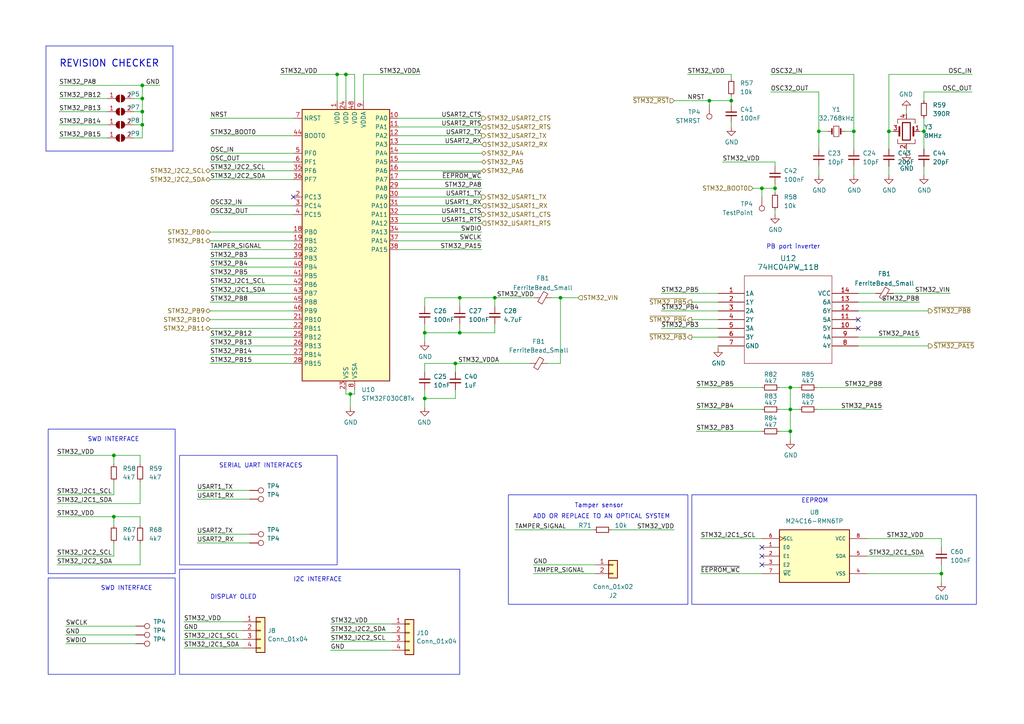
<source format=kicad_sch>
(kicad_sch (version 20230121) (generator eeschema)
  (paper "A4")
  (lib_symbols
    (symbol "2023-07-14_13-48-07:74HC04PW_118" (pin_names (offset 0.254))
      (property "Reference" "U" (at 20.32 10.16 0))
      (property "Value" "74HC04PW_118" (at 20.32 7.62 0))
      (symbol "74HC04PW_118_0_1"
        (polyline (pts (xy 7.62 -20.32) (xy 33.02 -20.32)) (stroke (width 0.127)))
        (polyline (pts (xy 7.62 5.08) (xy 7.62 -20.32)) (stroke (width 0.127)))
        (polyline (pts (xy 33.02 -20.32) (xy 33.02 5.08)) (stroke (width 0.127)))
        (polyline (pts (xy 33.02 5.08) (xy 7.62 5.08)) (stroke (width 0.127)))
        (pin input line (at 0 0 0) (length 7.62) (name "1A") (number "1"))
        (pin output line (at 40.64 -10.16 180) (length 7.62) (name "5Y") (number "10"))
        (pin input line (at 40.64 -7.62 180) (length 7.62) (name "5A") (number "11"))
        (pin output line (at 40.64 -5.08 180) (length 7.62) (name "6Y") (number "12"))
        (pin input line (at 40.64 -2.54 180) (length 7.62) (name "6A") (number "13"))
        (pin power_in line (at 40.64 0 180) (length 7.62) (name "VCC") (number "14"))
        (pin output line (at 0 -2.54 0) (length 7.62) (name "1Y") (number "2"))
        (pin input line (at 0 -5.08 0) (length 7.62) (name "2A") (number "3"))
        (pin output line (at 0 -7.62 0) (length 7.62) (name "2Y") (number "4"))
        (pin input line (at 0 -10.16 0) (length 7.62) (name "3A") (number "5"))
        (pin output line (at 0 -12.7 0) (length 7.62) (name "3Y") (number "6"))
        (pin power_out line (at 0 -15.24 0) (length 7.62) (name "GND") (number "7"))
        (pin output line (at 40.64 -15.24 180) (length 7.62) (name "4Y") (number "8"))
        (pin input line (at 40.64 -12.7 180) (length 7.62) (name "4A") (number "9"))
      )
    )
    (symbol "Connector:TestPoint" (pin_numbers hide) (pin_names (offset 0.762) hide)
      (property "Reference" "TP" (at 0 6.858 0))
      (property "Value" "TestPoint" (at 0 5.08 0))
      (symbol "TestPoint_0_1"
        (circle (center 0 3.302) (radius 0.762))
      )
      (symbol "TestPoint_1_1"
        (pin passive line (at 0 0 90) (length 2.54) (name "1") (number "1"))
      )
    )
    (symbol "Connector_Generic:Conn_01x02" (pin_names (offset 1.016) hide)
      (property "Reference" "J" (at 0 2.54 0))
      (property "Value" "Conn_01x02" (at 0 -5.08 0))
      (symbol "Conn_01x02_1_1"
        (rectangle (start -1.27 -2.413) (end 0 -2.667) (stroke (width 0.1524)))
        (rectangle (start -1.27 0.127) (end 0 -0.127) (stroke (width 0.1524)))
        (rectangle (start -1.27 1.27) (end 1.27 -3.81) (stroke (width 0.254)) (fill (type background)))
        (pin passive line (at -5.08 0 0) (length 3.81) (name "Pin_1") (number "1"))
        (pin passive line (at -5.08 -2.54 0) (length 3.81) (name "Pin_2") (number "2"))
      )
    )
    (symbol "Connector_Generic:Conn_01x04" (pin_names (offset 1.016) hide)
      (property "Reference" "J" (at 0 5.08 0))
      (property "Value" "Conn_01x04" (at 0 -7.62 0))
      (symbol "Conn_01x04_1_1"
        (rectangle (start -1.27 -4.953) (end 0 -5.207) (stroke (width 0.1524)))
        (rectangle (start -1.27 -2.413) (end 0 -2.667) (stroke (width 0.1524)))
        (rectangle (start -1.27 0.127) (end 0 -0.127) (stroke (width 0.1524)))
        (rectangle (start -1.27 2.667) (end 0 2.413) (stroke (width 0.1524)))
        (rectangle (start -1.27 3.81) (end 1.27 -6.35) (stroke (width 0.254)) (fill (type background)))
        (pin passive line (at -5.08 2.54 0) (length 3.81) (name "Pin_1") (number "1"))
        (pin passive line (at -5.08 0 0) (length 3.81) (name "Pin_2") (number "2"))
        (pin passive line (at -5.08 -2.54 0) (length 3.81) (name "Pin_3") (number "3"))
        (pin passive line (at -5.08 -5.08 0) (length 3.81) (name "Pin_4") (number "4"))
      )
    )
    (symbol "Device:C_Small" (pin_numbers hide) (pin_names (offset 0.254) hide)
      (property "Reference" "C" (at 0.254 1.778 0))
      (property "Value" "C_Small" (at 0.254 -2.032 0))
      (symbol "C_Small_0_1"
        (polyline (pts (xy -1.524 -0.508) (xy 1.524 -0.508)) (stroke (width 0.3302)))
        (polyline (pts (xy -1.524 0.508) (xy 1.524 0.508)) (stroke (width 0.3048)))
      )
      (symbol "C_Small_1_1"
        (pin passive line (at 0 2.54 270) (length 2.032) (name "~") (number "1"))
        (pin passive line (at 0 -2.54 90) (length 2.032) (name "~") (number "2"))
      )
    )
    (symbol "Device:Crystal_GND24" (pin_names (offset 1.016) hide)
      (property "Reference" "Y" (at 3.175 5.08 0))
      (property "Value" "Crystal_GND24" (at 3.175 3.175 0))
      (symbol "Crystal_GND24_0_1"
        (rectangle (start -1.143 2.54) (end 1.143 -2.54) (stroke (width 0.3048)))
        (polyline (pts (xy -2.54 0) (xy -2.032 0)))
        (polyline (pts (xy -2.032 -1.27) (xy -2.032 1.27)) (stroke (width 0.508)))
        (polyline (pts (xy 0 -3.81) (xy 0 -3.556)))
        (polyline (pts (xy 0 3.556) (xy 0 3.81)))
        (polyline (pts (xy 2.032 -1.27) (xy 2.032 1.27)) (stroke (width 0.508)))
        (polyline (pts (xy 2.032 0) (xy 2.54 0)))
        (polyline (pts (xy -2.54 -2.286) (xy -2.54 -3.556) (xy 2.54 -3.556) (xy 2.54 -2.286)))
        (polyline (pts (xy -2.54 2.286) (xy -2.54 3.556) (xy 2.54 3.556) (xy 2.54 2.286)))
      )
      (symbol "Crystal_GND24_1_1"
        (pin passive line (at -3.81 0 0) (length 1.27) (name "1") (number "1"))
        (pin passive line (at 0 5.08 270) (length 1.27) (name "2") (number "2"))
        (pin passive line (at 3.81 0 180) (length 1.27) (name "3") (number "3"))
        (pin passive line (at 0 -5.08 90) (length 1.27) (name "4") (number "4"))
      )
    )
    (symbol "Device:Crystal_Small" (pin_numbers hide) (pin_names (offset 1.016) hide)
      (property "Reference" "Y" (at 0 2.54 0))
      (property "Value" "Crystal_Small" (at 0 -2.54 0))
      (symbol "Crystal_Small_0_1"
        (rectangle (start -0.762 -1.524) (end 0.762 1.524))
        (polyline (pts (xy -1.27 -0.762) (xy -1.27 0.762)) (stroke (width 0.381)))
        (polyline (pts (xy 1.27 -0.762) (xy 1.27 0.762)) (stroke (width 0.381)))
      )
      (symbol "Crystal_Small_1_1"
        (pin passive line (at -2.54 0 0) (length 1.27) (name "1") (number "1"))
        (pin passive line (at 2.54 0 180) (length 1.27) (name "2") (number "2"))
      )
    )
    (symbol "Device:FerriteBead_Small" (pin_numbers hide) (pin_names (offset 0))
      (property "Reference" "FB" (at 1.905 1.27 0))
      (property "Value" "FerriteBead_Small" (at 1.905 -1.27 0))
      (symbol "FerriteBead_Small_0_1"
        (polyline (pts (xy 0 -1.27) (xy 0 -0.7874)))
        (polyline (pts (xy 0 0.889) (xy 0 1.2954)))
        (polyline (pts (xy -1.8288 0.2794) (xy -1.1176 1.4986) (xy 1.8288 -0.2032) (xy 1.1176 -1.4224) (xy -1.8288 0.2794)))
      )
      (symbol "FerriteBead_Small_1_1"
        (pin passive line (at 0 2.54 270) (length 1.27) (name "~") (number "1"))
        (pin passive line (at 0 -2.54 90) (length 1.27) (name "~") (number "2"))
      )
    )
    (symbol "Device:R_Small" (pin_numbers hide) (pin_names (offset 0.254) hide)
      (property "Reference" "R" (at 0.762 0.508 0))
      (property "Value" "R_Small" (at 0.762 -1.016 0))
      (symbol "R_Small_0_1"
        (rectangle (start -0.762 1.778) (end 0.762 -1.778) (stroke (width 0.2032)))
      )
      (symbol "R_Small_1_1"
        (pin passive line (at 0 2.54 270) (length 0.762) (name "~") (number "1"))
        (pin passive line (at 0 -2.54 90) (length 0.762) (name "~") (number "2"))
      )
    )
    (symbol "Jumper:SolderJumper_2_Open" (pin_names (offset 0) hide)
      (property "Reference" "JP" (at 0 2.032 0))
      (property "Value" "SolderJumper_2_Open" (at 0 -2.54 0))
      (symbol "SolderJumper_2_Open_0_1"
        (arc (start -0.254 1.016) (mid -1.2656 0) (end -0.254 -1.016))
        (arc (start -0.254 1.016) (mid -1.2656 0) (end -0.254 -1.016) (fill (type outline)))
        (polyline (pts (xy -0.254 1.016) (xy -0.254 -1.016)))
        (polyline (pts (xy 0.254 1.016) (xy 0.254 -1.016)))
        (arc (start 0.254 -1.016) (mid 1.2656 0) (end 0.254 1.016))
        (arc (start 0.254 -1.016) (mid 1.2656 0) (end 0.254 1.016) (fill (type outline)))
      )
      (symbol "SolderJumper_2_Open_1_1"
        (pin passive line (at -3.81 0 0) (length 2.54) (name "A") (number "1"))
        (pin passive line (at 3.81 0 180) (length 2.54) (name "B") (number "2"))
      )
    )
    (symbol "M24C16-RMN6TP:M24C16-RMN6TP" (pin_names (offset 1.016))
      (property "Reference" "U" (at -10.1836 8.1469 0))
      (property "Value" "M24C16-RMN6TP" (at -10.1609 -10.6689 0))
      (symbol "M24C16-RMN6TP_0_0"
        (rectangle (start -10.16 -7.62) (end 10.16 7.62) (stroke (width 0.254)) (fill (type background)))
        (pin input line (at -15.24 2.54 0) (length 5.08) (name "E0") (number "1"))
        (pin input line (at -15.24 0 0) (length 5.08) (name "E1") (number "2"))
        (pin input line (at -15.24 -2.54 0) (length 5.08) (name "E2") (number "3"))
        (pin power_in line (at 15.24 -5.08 180) (length 5.08) (name "VSS") (number "4"))
        (pin bidirectional line (at 15.24 0 180) (length 5.08) (name "SDA") (number "5"))
        (pin input clock (at -15.24 5.08 0) (length 5.08) (name "SCL") (number "6"))
        (pin input line (at -15.24 -5.08 0) (length 5.08) (name "~{WC}") (number "7"))
        (pin power_in line (at 15.24 5.08 180) (length 5.08) (name "VCC") (number "8"))
      )
    )
    (symbol "MCU_ST_STM32F0:STM32F030C8Tx"
      (property "Reference" "U" (at -12.7 41.91 0))
      (property "Value" "STM32F030C8Tx" (at 7.62 41.91 0))
      (symbol "STM32F030C8Tx_0_1"
        (rectangle (start -12.7 -38.1) (end 12.7 40.64) (stroke (width 0.254)) (fill (type background)))
      )
      (symbol "STM32F030C8Tx_1_1"
        (pin power_in line (at -2.54 43.18 270) (length 2.54) (name "VDD") (number "1"))
        (pin bidirectional line (at 15.24 38.1 180) (length 2.54) (name "PA0") (number "10"))
        (pin bidirectional line (at 15.24 35.56 180) (length 2.54) (name "PA1") (number "11"))
        (pin bidirectional line (at 15.24 33.02 180) (length 2.54) (name "PA2") (number "12"))
        (pin bidirectional line (at 15.24 30.48 180) (length 2.54) (name "PA3") (number "13"))
        (pin bidirectional line (at 15.24 27.94 180) (length 2.54) (name "PA4") (number "14"))
        (pin bidirectional line (at 15.24 25.4 180) (length 2.54) (name "PA5") (number "15"))
        (pin bidirectional line (at 15.24 22.86 180) (length 2.54) (name "PA6") (number "16"))
        (pin bidirectional line (at 15.24 20.32 180) (length 2.54) (name "PA7") (number "17"))
        (pin bidirectional line (at -15.24 5.08 0) (length 2.54) (name "PB0") (number "18"))
        (pin bidirectional line (at -15.24 2.54 0) (length 2.54) (name "PB1") (number "19"))
        (pin bidirectional line (at -15.24 15.24 0) (length 2.54) (name "PC13") (number "2"))
        (pin bidirectional line (at -15.24 0 0) (length 2.54) (name "PB2") (number "20"))
        (pin bidirectional line (at -15.24 -20.32 0) (length 2.54) (name "PB10") (number "21"))
        (pin bidirectional line (at -15.24 -22.86 0) (length 2.54) (name "PB11") (number "22"))
        (pin power_in line (at 0 -40.64 90) (length 2.54) (name "VSS") (number "23"))
        (pin power_in line (at 0 43.18 270) (length 2.54) (name "VDD") (number "24"))
        (pin bidirectional line (at -15.24 -25.4 0) (length 2.54) (name "PB12") (number "25"))
        (pin bidirectional line (at -15.24 -27.94 0) (length 2.54) (name "PB13") (number "26"))
        (pin bidirectional line (at -15.24 -30.48 0) (length 2.54) (name "PB14") (number "27"))
        (pin bidirectional line (at -15.24 -33.02 0) (length 2.54) (name "PB15") (number "28"))
        (pin bidirectional line (at 15.24 17.78 180) (length 2.54) (name "PA8") (number "29"))
        (pin bidirectional line (at -15.24 12.7 0) (length 2.54) (name "PC14") (number "3"))
        (pin bidirectional line (at 15.24 15.24 180) (length 2.54) (name "PA9") (number "30"))
        (pin bidirectional line (at 15.24 12.7 180) (length 2.54) (name "PA10") (number "31"))
        (pin bidirectional line (at 15.24 10.16 180) (length 2.54) (name "PA11") (number "32"))
        (pin bidirectional line (at 15.24 7.62 180) (length 2.54) (name "PA12") (number "33"))
        (pin bidirectional line (at 15.24 5.08 180) (length 2.54) (name "PA13") (number "34"))
        (pin bidirectional line (at -15.24 22.86 0) (length 2.54) (name "PF6") (number "35"))
        (pin bidirectional line (at -15.24 20.32 0) (length 2.54) (name "PF7") (number "36"))
        (pin bidirectional line (at 15.24 2.54 180) (length 2.54) (name "PA14") (number "37"))
        (pin bidirectional line (at 15.24 0 180) (length 2.54) (name "PA15") (number "38"))
        (pin bidirectional line (at -15.24 -2.54 0) (length 2.54) (name "PB3") (number "39"))
        (pin bidirectional line (at -15.24 10.16 0) (length 2.54) (name "PC15") (number "4"))
        (pin bidirectional line (at -15.24 -5.08 0) (length 2.54) (name "PB4") (number "40"))
        (pin bidirectional line (at -15.24 -7.62 0) (length 2.54) (name "PB5") (number "41"))
        (pin bidirectional line (at -15.24 -10.16 0) (length 2.54) (name "PB6") (number "42"))
        (pin bidirectional line (at -15.24 -12.7 0) (length 2.54) (name "PB7") (number "43"))
        (pin input line (at -15.24 33.02 0) (length 2.54) (name "BOOT0") (number "44"))
        (pin bidirectional line (at -15.24 -15.24 0) (length 2.54) (name "PB8") (number "45"))
        (pin bidirectional line (at -15.24 -17.78 0) (length 2.54) (name "PB9") (number "46"))
        (pin passive line (at 0 -40.64 90) (length 2.54) hide (name "VSS") (number "47"))
        (pin power_in line (at 2.54 43.18 270) (length 2.54) (name "VDD") (number "48"))
        (pin bidirectional line (at -15.24 27.94 0) (length 2.54) (name "PF0") (number "5"))
        (pin bidirectional line (at -15.24 25.4 0) (length 2.54) (name "PF1") (number "6"))
        (pin input line (at -15.24 38.1 0) (length 2.54) (name "NRST") (number "7"))
        (pin power_in line (at 2.54 -40.64 90) (length 2.54) (name "VSSA") (number "8"))
        (pin power_in line (at 5.08 43.18 270) (length 2.54) (name "VDDA") (number "9"))
      )
    )
    (symbol "device:R_Small" (pin_numbers hide) (pin_names (offset 0.254) hide)
      (property "Reference" "R" (at 0.762 0.508 0))
      (property "Value" "R_Small" (at 0.762 -1.016 0))
      (symbol "R_Small_0_1"
        (rectangle (start -0.762 1.778) (end 0.762 -1.778) (stroke (width 0.2032)))
      )
      (symbol "R_Small_1_1"
        (pin passive line (at 0 2.54 270) (length 0.762) (name "~") (number "1"))
        (pin passive line (at 0 -2.54 90) (length 0.762) (name "~") (number "2"))
      )
    )
    (symbol "power:GND" (power) (pin_names (offset 0))
      (property "Value" "GND" (at 0 -3.81 0))
      (symbol "GND_0_1"
        (polyline (pts (xy 0 0) (xy 0 -1.27) (xy 1.27 -1.27) (xy 0 -2.54) (xy -1.27 -1.27) (xy 0 -1.27)))
      )
      (symbol "GND_1_1"
        (pin power_in line (at 0 0 270) (length 0) hide (name "GND") (number "1"))
      )
    )
  )
  (junction (at 229.235 118.745))
  (junction (at 41.275 32.385))
  (junction (at 33.02 149.86))
  (junction (at 229.235 112.395))
  (junction (at 212.09 29.21))
  (junction (at 237.49 38.1))
  (junction (at 123.19 96.52))
  (junction (at 100.33 21.59))
  (junction (at 273.05 166.37))
  (junction (at 123.19 115.57))
  (junction (at 267.97 38.1))
  (junction (at 132.08 105.41))
  (junction (at 220.98 54.61))
  (junction (at 33.02 132.08))
  (junction (at 257.81 38.1))
  (junction (at 133.35 96.52))
  (junction (at 224.79 54.61))
  (junction (at 97.79 21.59))
  (junction (at 133.35 86.36))
  (junction (at 41.275 28.575))
  (junction (at 101.6 114.3))
  (junction (at 41.275 36.195))
  (junction (at 229.235 125.095))
  (junction (at 41.275 24.765))
  (junction (at 162.56 86.36))
  (junction (at 143.51 86.36))
  (junction (at 205.74 29.21))
  (junction (at 247.65 38.1))
  (no_connect (at 220.98 163.83))
  (no_connect (at 220.98 161.29))
  (no_connect (at 220.98 158.75))
  (no_connect (at 248.92 95.25))
  (no_connect (at 248.92 92.71))
  (no_connect (at 85.09 57.15))
  (wire (pts (xy 40.64 163.83) (xy 40.64 157.48)))
  (wire (pts (xy 267.97 38.1) (xy 267.97 43.18)))
  (wire (pts (xy 248.92 90.17) (xy 269.24 90.17)))
  (wire (pts (xy 273.05 156.21) (xy 273.05 158.75)))
  (wire (pts (xy 57.15 157.48) (xy 72.39 157.48)))
  (wire (pts (xy 139.7 57.15) (xy 115.57 57.15)))
  (wire (pts (xy 139.7 39.37) (xy 115.57 39.37)))
  (wire (pts (xy 123.19 96.52) (xy 133.35 96.52)))
  (wire (pts (xy 60.96 52.07) (xy 85.09 52.07)))
  (wire (pts (xy 273.05 166.37) (xy 251.46 166.37)))
  (wire (pts (xy 139.7 34.29) (xy 115.57 34.29)))
  (wire (pts (xy 41.275 32.385) (xy 41.275 28.575)))
  (wire (pts (xy 220.98 54.61) (xy 220.98 57.15)))
  (wire (pts (xy 212.09 22.86) (xy 212.09 21.59)))
  (wire (pts (xy 41.275 24.765) (xy 46.355 24.765)))
  (wire (pts (xy 105.41 21.59) (xy 105.41 29.21)))
  (wire (pts (xy 212.09 35.56) (xy 212.09 36.83)))
  (wire (pts (xy 281.94 26.67) (xy 267.97 26.67)))
  (wire (pts (xy 53.34 187.96) (xy 70.485 187.96)))
  (wire (pts (xy 16.51 132.08) (xy 33.02 132.08)))
  (wire (pts (xy 224.79 48.26) (xy 224.79 46.99)))
  (wire (pts (xy 19.05 184.15) (xy 39.37 184.15)))
  (wire (pts (xy 100.33 29.21) (xy 100.33 21.59)))
  (wire (pts (xy 33.02 149.86) (xy 40.64 149.86)))
  (wire (pts (xy 38.735 32.385) (xy 41.275 32.385)))
  (wire (pts (xy 123.19 93.98) (xy 123.19 96.52)))
  (wire (pts (xy 60.96 49.53) (xy 85.09 49.53)))
  (wire (pts (xy 16.51 146.05) (xy 40.64 146.05)))
  (wire (pts (xy 229.235 118.745) (xy 231.775 118.745)))
  (wire (pts (xy 160.02 86.36) (xy 162.56 86.36)))
  (wire (pts (xy 212.09 27.94) (xy 212.09 29.21)))
  (wire (pts (xy 16.51 161.29) (xy 33.02 161.29)))
  (wire (pts (xy 19.05 186.69) (xy 39.37 186.69)))
  (wire (pts (xy 224.79 60.96) (xy 224.79 62.23)))
  (wire (pts (xy 60.96 97.79) (xy 85.09 97.79)))
  (wire (pts (xy 17.145 32.385) (xy 31.115 32.385)))
  (wire (pts (xy 251.46 161.29) (xy 267.97 161.29)))
  (wire (pts (xy 200.66 87.63) (xy 208.28 87.63)))
  (wire (pts (xy 266.7 97.79) (xy 248.92 97.79)))
  (wire (pts (xy 201.93 125.095) (xy 220.98 125.095)))
  (wire (pts (xy 195.58 29.21) (xy 205.74 29.21)))
  (wire (pts (xy 255.905 118.745) (xy 236.855 118.745)))
  (wire (pts (xy 224.79 54.61) (xy 224.79 55.88)))
  (wire (pts (xy 95.885 180.975) (xy 113.665 180.975)))
  (wire (pts (xy 60.96 87.63) (xy 85.09 87.63)))
  (wire (pts (xy 38.735 28.575) (xy 41.275 28.575)))
  (wire (pts (xy 115.57 46.99) (xy 139.7 46.99)))
  (wire (pts (xy 85.09 95.25) (xy 60.96 95.25)))
  (wire (pts (xy 33.02 132.08) (xy 40.64 132.08)))
  (wire (pts (xy 16.51 163.83) (xy 40.64 163.83)))
  (wire (pts (xy 60.96 72.39) (xy 85.09 72.39)))
  (wire (pts (xy 257.81 21.59) (xy 257.81 38.1)))
  (wire (pts (xy 218.44 54.61) (xy 220.98 54.61)))
  (wire (pts (xy 132.08 115.57) (xy 132.08 113.03)))
  (wire (pts (xy 123.19 115.57) (xy 132.08 115.57)))
  (wire (pts (xy 224.79 53.34) (xy 224.79 54.61)))
  (wire (pts (xy 38.735 40.005) (xy 41.275 40.005)))
  (wire (pts (xy 33.02 139.7) (xy 33.02 143.51)))
  (wire (pts (xy 247.65 43.18) (xy 247.65 38.1)))
  (wire (pts (xy 133.35 86.36) (xy 133.35 88.9)))
  (wire (pts (xy 149.352 153.67) (xy 172.212 153.67)))
  (wire (pts (xy 199.39 21.59) (xy 212.09 21.59)))
  (wire (pts (xy 123.19 96.52) (xy 123.19 99.06)))
  (wire (pts (xy 237.49 43.18) (xy 237.49 38.1)))
  (wire (pts (xy 162.56 86.36) (xy 167.64 86.36)))
  (wire (pts (xy 57.15 144.78) (xy 72.39 144.78)))
  (wire (pts (xy 262.89 43.18) (xy 262.89 44.45)))
  (wire (pts (xy 97.79 21.59) (xy 100.33 21.59)))
  (wire (pts (xy 262.89 31.75) (xy 262.89 33.02)))
  (wire (pts (xy 139.7 41.91) (xy 115.57 41.91)))
  (wire (pts (xy 226.06 112.395) (xy 229.235 112.395)))
  (wire (pts (xy 60.96 46.99) (xy 85.09 46.99)))
  (wire (pts (xy 267.97 26.67) (xy 267.97 29.21)))
  (wire (pts (xy 60.96 59.69) (xy 85.09 59.69)))
  (wire (pts (xy 132.08 105.41) (xy 123.19 105.41)))
  (wire (pts (xy 57.15 154.94) (xy 72.39 154.94)))
  (wire (pts (xy 132.08 107.95) (xy 132.08 105.41)))
  (wire (pts (xy 102.87 114.3) (xy 102.87 113.03)))
  (wire (pts (xy 247.65 38.1) (xy 245.11 38.1)))
  (wire (pts (xy 139.7 36.83) (xy 115.57 36.83)))
  (wire (pts (xy 101.6 114.3) (xy 102.87 114.3)))
  (wire (pts (xy 53.34 182.88) (xy 70.485 182.88)))
  (wire (pts (xy 248.92 100.33) (xy 269.24 100.33)))
  (wire (pts (xy 40.64 152.4) (xy 40.64 149.86)))
  (wire (pts (xy 237.49 48.26) (xy 237.49 50.8)))
  (wire (pts (xy 229.235 125.095) (xy 229.235 127.635)))
  (wire (pts (xy 101.6 114.3) (xy 101.6 118.11)))
  (wire (pts (xy 237.49 26.67) (xy 223.52 26.67)))
  (wire (pts (xy 53.34 185.42) (xy 70.485 185.42)))
  (wire (pts (xy 191.77 90.17) (xy 208.28 90.17)))
  (wire (pts (xy 257.81 38.1) (xy 257.81 43.18)))
  (wire (pts (xy 143.51 86.36) (xy 133.35 86.36)))
  (wire (pts (xy 133.35 86.36) (xy 123.19 86.36)))
  (wire (pts (xy 95.885 188.595) (xy 113.665 188.595)))
  (wire (pts (xy 229.235 112.395) (xy 229.235 118.745)))
  (wire (pts (xy 220.98 54.61) (xy 224.79 54.61)))
  (wire (pts (xy 203.2 156.21) (xy 220.98 156.21)))
  (wire (pts (xy 57.15 142.24) (xy 72.39 142.24)))
  (wire (pts (xy 201.93 112.395) (xy 220.98 112.395)))
  (wire (pts (xy 115.57 44.45) (xy 139.7 44.45)))
  (wire (pts (xy 60.96 67.31) (xy 85.09 67.31)))
  (wire (pts (xy 205.74 29.21) (xy 212.09 29.21)))
  (polyline (pts (xy 50.165 43.815) (xy 50.165 13.335)))
  (wire (pts (xy 53.34 180.34) (xy 70.485 180.34)))
  (wire (pts (xy 40.64 146.05) (xy 40.64 139.7)))
  (wire (pts (xy 95.885 183.515) (xy 113.665 183.515)))
  (wire (pts (xy 177.292 153.67) (xy 195.58 153.67)))
  (wire (pts (xy 212.09 29.21) (xy 212.09 30.48)))
  (wire (pts (xy 60.96 69.85) (xy 85.09 69.85)))
  (wire (pts (xy 154.686 166.37) (xy 172.72 166.37)))
  (wire (pts (xy 133.35 96.52) (xy 143.51 96.52)))
  (wire (pts (xy 209.55 46.99) (xy 224.79 46.99)))
  (wire (pts (xy 60.96 82.55) (xy 85.09 82.55)))
  (wire (pts (xy 139.7 72.39) (xy 115.57 72.39)))
  (wire (pts (xy 257.81 38.1) (xy 259.08 38.1)))
  (wire (pts (xy 40.64 134.62) (xy 40.64 132.08)))
  (wire (pts (xy 60.96 80.01) (xy 85.09 80.01)))
  (wire (pts (xy 267.97 48.26) (xy 267.97 50.8)))
  (wire (pts (xy 100.33 21.59) (xy 102.87 21.59)))
  (wire (pts (xy 139.7 62.23) (xy 115.57 62.23)))
  (wire (pts (xy 191.77 85.09) (xy 208.28 85.09)))
  (wire (pts (xy 60.96 90.17) (xy 85.09 90.17)))
  (wire (pts (xy 205.74 29.21) (xy 205.74 30.48)))
  (wire (pts (xy 247.65 21.59) (xy 247.65 38.1)))
  (wire (pts (xy 33.02 134.62) (xy 33.02 132.08)))
  (wire (pts (xy 203.2 166.37) (xy 220.98 166.37)))
  (wire (pts (xy 33.02 152.4) (xy 33.02 149.86)))
  (wire (pts (xy 200.66 92.71) (xy 208.28 92.71)))
  (wire (pts (xy 60.96 102.87) (xy 85.09 102.87)))
  (wire (pts (xy 41.275 36.195) (xy 41.275 32.385)))
  (wire (pts (xy 251.46 156.21) (xy 273.05 156.21)))
  (polyline (pts (xy 13.335 43.815) (xy 50.165 43.815)))
  (wire (pts (xy 100.33 114.3) (xy 101.6 114.3)))
  (wire (pts (xy 60.96 100.33) (xy 85.09 100.33)))
  (wire (pts (xy 17.145 40.005) (xy 31.115 40.005)))
  (polyline (pts (xy 13.335 13.335) (xy 50.165 13.335)))
  (wire (pts (xy 139.7 67.31) (xy 115.57 67.31)))
  (wire (pts (xy 273.05 166.37) (xy 273.05 168.91)))
  (wire (pts (xy 38.735 36.195) (xy 41.275 36.195)))
  (wire (pts (xy 41.275 40.005) (xy 41.275 36.195)))
  (wire (pts (xy 115.57 49.53) (xy 139.7 49.53)))
  (wire (pts (xy 60.96 62.23) (xy 85.09 62.23)))
  (wire (pts (xy 267.97 34.29) (xy 267.97 38.1)))
  (wire (pts (xy 19.05 181.61) (xy 39.37 181.61)))
  (wire (pts (xy 139.7 69.85) (xy 115.57 69.85)))
  (wire (pts (xy 259.08 85.09) (xy 275.59 85.09)))
  (wire (pts (xy 191.77 95.25) (xy 208.28 95.25)))
  (wire (pts (xy 60.96 44.45) (xy 85.09 44.45)))
  (wire (pts (xy 85.09 92.71) (xy 60.96 92.71)))
  (wire (pts (xy 17.145 28.575) (xy 31.115 28.575)))
  (wire (pts (xy 133.35 93.98) (xy 133.35 96.52)))
  (wire (pts (xy 123.19 113.03) (xy 123.19 115.57)))
  (wire (pts (xy 162.56 105.41) (xy 162.56 86.36)))
  (wire (pts (xy 139.7 54.61) (xy 115.57 54.61)))
  (wire (pts (xy 123.19 105.41) (xy 123.19 107.95)))
  (wire (pts (xy 81.28 21.59) (xy 97.79 21.59)))
  (wire (pts (xy 60.96 34.29) (xy 85.09 34.29)))
  (wire (pts (xy 100.33 113.03) (xy 100.33 114.3)))
  (wire (pts (xy 123.19 86.36) (xy 123.19 88.9)))
  (wire (pts (xy 139.7 59.69) (xy 115.57 59.69)))
  (wire (pts (xy 158.75 105.41) (xy 162.56 105.41)))
  (wire (pts (xy 16.51 143.51) (xy 33.02 143.51)))
  (polyline (pts (xy 13.335 13.335) (xy 13.335 43.815)))
  (wire (pts (xy 266.7 38.1) (xy 267.97 38.1)))
  (wire (pts (xy 247.65 48.26) (xy 247.65 50.8)))
  (wire (pts (xy 255.905 112.395) (xy 236.855 112.395)))
  (wire (pts (xy 33.02 157.48) (xy 33.02 161.29)))
  (wire (pts (xy 237.49 38.1) (xy 240.03 38.1)))
  (wire (pts (xy 41.275 28.575) (xy 41.275 24.765)))
  (wire (pts (xy 226.06 125.095) (xy 229.235 125.095)))
  (wire (pts (xy 229.235 112.395) (xy 231.775 112.395)))
  (wire (pts (xy 60.96 74.93) (xy 85.09 74.93)))
  (wire (pts (xy 102.87 29.21) (xy 102.87 21.59)))
  (wire (pts (xy 201.93 118.745) (xy 220.98 118.745)))
  (wire (pts (xy 121.92 21.59) (xy 105.41 21.59)))
  (wire (pts (xy 123.19 115.57) (xy 123.19 118.11)))
  (wire (pts (xy 229.235 118.745) (xy 229.235 125.095)))
  (wire (pts (xy 60.96 85.09) (xy 85.09 85.09)))
  (wire (pts (xy 16.51 149.86) (xy 33.02 149.86)))
  (wire (pts (xy 95.885 186.055) (xy 113.665 186.055)))
  (wire (pts (xy 139.7 64.77) (xy 115.57 64.77)))
  (wire (pts (xy 200.66 97.79) (xy 208.28 97.79)))
  (wire (pts (xy 17.145 24.765) (xy 41.275 24.765)))
  (wire (pts (xy 257.81 48.26) (xy 257.81 50.8)))
  (wire (pts (xy 153.67 105.41) (xy 132.08 105.41)))
  (wire (pts (xy 257.81 21.59) (xy 281.94 21.59)))
  (wire (pts (xy 154.94 86.36) (xy 143.51 86.36)))
  (wire (pts (xy 60.96 105.41) (xy 85.09 105.41)))
  (wire (pts (xy 248.92 87.63) (xy 266.7 87.63)))
  (wire (pts (xy 273.05 163.83) (xy 273.05 166.37)))
  (wire (pts (xy 17.145 36.195) (xy 31.115 36.195)))
  (wire (pts (xy 248.92 85.09) (xy 254 85.09)))
  (wire (pts (xy 223.52 21.59) (xy 247.65 21.59)))
  (wire (pts (xy 60.96 39.37) (xy 85.09 39.37)))
  (wire (pts (xy 154.686 163.83) (xy 172.72 163.83)))
  (wire (pts (xy 237.49 26.67) (xy 237.49 38.1)))
  (wire (pts (xy 97.79 21.59) (xy 97.79 29.21)))
  (wire (pts (xy 143.51 88.9) (xy 143.51 86.36)))
  (wire (pts (xy 143.51 96.52) (xy 143.51 93.98)))
  (wire (pts (xy 60.96 77.47) (xy 85.09 77.47)))
  (wire (pts (xy 208.28 100.33) (xy 208.28 100.965)))
  (wire (pts (xy 139.7 52.07) (xy 115.57 52.07)))
  (wire (pts (xy 226.06 118.745) (xy 229.235 118.745)))
  (rectangle (start 52.07 165.1) (end 133.35 195.58))
  (rectangle (start 52.07 132.08) (end 97.79 163.83))
  (rectangle (start 13.97 167.64) (end 50.8 195.58))
  (rectangle (start 147.447 143.51) (end 199.517 175.26))
  (rectangle (start 200.66 143.51) (end 283.21 175.26))
  (rectangle (start 13.97 124.46) (end 50.8 166.37))
  (text "SERIAL UART INTERFACES" (at 63.5 135.89 0) (effects (font (size 1.27 1.27)) (justify left bottom)))
  (text "Tamper sensor" (at 166.624 147.447 0) (effects (font (size 1.27 1.27)) (justify left bottom)))
  (text "EEPROM" (at 232.41 146.05 0) (effects (font (size 1.27 1.27)) (justify left bottom)))
  (text "SWD INTERFACE" (at 25.4 128.27 0) (effects (font (size 1.27 1.27)) (justify left bottom)))
  (text "ADD OR REPLACE TO AN OPTICAL SYSTEM" (at 154.559 150.622 0) (effects (font (size 1.27 1.27)) (justify left bottom)))
  (text "PB port inverter" (at 222.25 72.39 0) (effects (font (size 1.27 1.27)) (justify left bottom)))
  (text "DISPLAY OLED" (at 60.96 173.99 0) (effects (font (size 1.27 1.27)) (justify left bottom)))
  (text "SWD INTERFACE" (at 29.21 171.45 0) (effects (font (size 1.27 1.27)) (justify left bottom)))
  (text "I2C INTERFACE" (at 85.09 168.91 0) (effects (font (size 1.27 1.27)) (justify left bottom)))
  (text "REVISION CHECKER" (at 17.145 19.685 0) (effects (font (size 2 2) (thickness 0.254) bold) (justify left bottom)))
  (label "STM32_I2C1_SCL" (at 203.2 156.21 0))
  (label "USART1_RX" (at 57.15 144.78 0))
  (label "USART2_RTS" (at 139.7 36.83 180))
  (label "STM32_PA8" (at 17.145 24.765 0))
  (label "STM32_PB5" (at 191.77 85.09 0))
  (label "STM32_I2C1_SDA" (at 53.34 187.96 0))
  (label "STM32_PB3" (at 201.93 125.095 0))
  (label "GND" (at 154.686 163.83 0))
  (label "STM32_VDD" (at 16.51 149.86 0))
  (label "NRST" (at 60.96 34.29 0))
  (label "STM32_I2C1_SDA" (at 267.97 161.29 180))
  (label "STM32_PB13" (at 60.96 100.33 0))
  (label "STM32_I2C2_SDA" (at 95.885 183.515 0))
  (label "STM32_PB8" (at 60.96 87.63 0))
  (label "STM32_PA15" (at 266.7 97.79 180))
  (label "OSC32_IN" (at 60.96 59.69 0))
  (label "USART2_TX" (at 139.7 39.37 180))
  (label "STM32_VDD" (at 81.28 21.59 0))
  (label "OSC_IN" (at 281.94 21.59 180))
  (label "STM32_PB12" (at 17.145 28.575 0))
  (label "STM32_VDD" (at 199.39 21.59 0))
  (label "TAMPER_SIGNAL" (at 149.352 153.67 0))
  (label "STM32_PB3" (at 191.77 95.25 0))
  (label "NRST" (at 199.39 29.21 0))
  (label "STM32_BOOT0" (at 60.96 39.37 0))
  (label "STM32_PB15" (at 60.96 105.41 0))
  (label "USART1_CTS" (at 139.7 62.23 180))
  (label "STM32_PB13" (at 17.145 32.385 0))
  (label "OSC32_OUT" (at 60.96 62.23 0))
  (label "USART1_TX" (at 139.7 57.15 180))
  (label "STM32_I2C2_SDA" (at 16.51 163.83 0))
  (label "STM32_VDD" (at 95.885 180.975 0))
  (label "STM32_VDDA" (at 121.92 21.59 180))
  (label "STM32_PB8" (at 266.7 87.63 180))
  (label "STM32_I2C1_SCL" (at 60.96 82.55 0))
  (label "STM32_VIN" (at 275.59 85.09 180))
  (label "STM32_I2C2_SCL" (at 16.51 161.29 0))
  (label "STM32_I2C1_SDA" (at 60.96 85.09 0))
  (label "USART2_CTS" (at 139.7 34.29 180))
  (label "STM32_PB5" (at 201.93 112.395 0))
  (label "USART2_RX" (at 57.15 157.48 0))
  (label "~{EEPROM_WC}" (at 139.7 52.07 180))
  (label "TAMPER_SIGNAL" (at 60.96 72.39 0))
  (label "STM32_PA8" (at 139.7 54.61 180))
  (label "STM32_I2C2_SDA" (at 60.96 52.07 0))
  (label "STM32_I2C1_SDA" (at 16.51 146.05 0))
  (label "~{EEPROM_WC}" (at 203.2 166.37 0))
  (label "STM32_I2C1_SCL" (at 53.34 185.42 0))
  (label "TAMPER_SIGNAL" (at 154.686 166.37 0))
  (label "SWDIO" (at 19.05 186.69 0))
  (label "STM32_PA15" (at 255.905 118.745 180))
  (label "USART1_RX" (at 139.7 59.69 180))
  (label "STM32_VDD" (at 267.97 156.21 180))
  (label "OSC_OUT" (at 281.94 26.67 180))
  (label "STM32_I2C2_SCL" (at 60.96 49.53 0))
  (label "USART1_RTS" (at 139.7 64.77 180))
  (label "USART2_TX" (at 57.15 154.94 0))
  (label "STM32_I2C1_SCL" (at 16.51 143.51 0))
  (label "STM32_VDDA" (at 144.78 105.41 180))
  (label "SWCLK" (at 139.7 69.85 180))
  (label "STM32_PB14" (at 17.145 36.195 0))
  (label "GND" (at 95.885 188.595 0))
  (label "OSC32_IN" (at 223.52 21.59 0))
  (label "STM32_I2C2_SCL" (at 95.885 186.055 0))
  (label "STM32_PB3" (at 60.96 74.93 0))
  (label "STM32_PB8" (at 255.905 112.395 180))
  (label "STM32_VDD" (at 16.51 132.08 0))
  (label "OSC_OUT" (at 60.96 46.99 0))
  (label "STM32_VDD" (at 209.55 46.99 0))
  (label "STM32_PB5" (at 60.96 80.01 0))
  (label "STM32_VDD" (at 154.94 86.36 180))
  (label "STM32_PB14" (at 60.96 102.87 0))
  (label "USART1_TX" (at 57.15 142.24 0))
  (label "GND" (at 19.05 184.15 0))
  (label "OSC_IN" (at 60.96 44.45 0))
  (label "STM32_PB4" (at 201.93 118.745 0))
  (label "SWCLK" (at 19.05 181.61 0))
  (label "STM32_PB4" (at 191.77 90.17 0))
  (label "SWDIO" (at 139.7 67.31 180))
  (label "GND" (at 53.34 182.88 0))
  (label "STM32_VDD" (at 195.58 153.67 180))
  (label "STM32_VDD" (at 53.34 180.34 0))
  (label "STM32_PB12" (at 60.96 97.79 0))
  (label "USART2_RX" (at 139.7 41.91 180))
  (label "GND" (at 46.355 24.765 180))
  (label "STM32_PA15" (at 139.7 72.39 180))
  (label "STM32_PB4" (at 60.96 77.47 0))
  (label "OSC32_OUT" (at 223.52 26.67 0))
  (label "STM32_PB15" (at 17.145 40.005 0))
  (hierarchical_label "STM32_I2C2_SCL" (shape bidirectional) (at 60.96 49.53 180))
  (hierarchical_label "STM32_PA6" (shape bidirectional) (at 139.7 49.53 0))
  (hierarchical_label "~{STM32_PB5}" (shape output) (at 200.66 87.63 180))
  (hierarchical_label "STM32_USART1_CTS" (shape output) (at 139.7 62.23 0))
  (hierarchical_label "STM32_PB1" (shape bidirectional) (at 60.96 69.85 180))
  (hierarchical_label "STM32_USART2_RTS" (shape input) (at 139.7 36.83 0))
  (hierarchical_label "STM32_PB10" (shape bidirectional) (at 60.96 92.71 180))
  (hierarchical_label "STM32_USART2_TX" (shape output) (at 139.7 39.37 0))
  (hierarchical_label "~{STM32_PB4}" (shape output) (at 200.66 92.71 180))
  (hierarchical_label "STM32_USART2_RX" (shape input) (at 139.7 41.91 0))
  (hierarchical_label "STM32_PB11" (shape bidirectional) (at 60.96 95.25 180))
  (hierarchical_label "STM32_VIN" (shape input) (at 167.64 86.36 0))
  (hierarchical_label "STM32_PA4" (shape bidirectional) (at 139.7 44.45 0))
  (hierarchical_label "~{STM32_PB3}" (shape output) (at 200.66 97.79 180))
  (hierarchical_label "STM32_USART1_RTS" (shape input) (at 139.7 64.77 0))
  (hierarchical_label "STM32_PB9" (shape bidirectional) (at 60.96 90.17 180))
  (hierarchical_label "STM32_USART2_CTS" (shape output) (at 139.7 34.29 0))
  (hierarchical_label "STM32_BOOT0" (shape input) (at 218.44 54.61 180))
  (hierarchical_label "~{STM32_PA15}" (shape output) (at 269.24 100.33 0))
  (hierarchical_label "STM32_USART1_TX" (shape output) (at 139.7 57.15 0))
  (hierarchical_label "~{STM32_RST}" (shape input) (at 195.58 29.21 180))
  (hierarchical_label "STM32_I2C2_SDA" (shape bidirectional) (at 60.96 52.07 180))
  (hierarchical_label "STM32_USART1_RX" (shape input) (at 139.7 59.69 0))
  (hierarchical_label "STM32_PB0" (shape bidirectional) (at 60.96 67.31 180))
  (hierarchical_label "STM32_PA5" (shape bidirectional) (at 139.7 46.99 0))
  (hierarchical_label "~{STM32_PB8}" (shape output) (at 269.24 90.17 0))
  (symbol (lib_id "Device:R_Small") (at 40.64 154.94 0) (unit 1)
    (property "Reference" "R68" (at 43.18 153.67 0) (effects (justify left)))
    (property "Value" "4k7" (at 43.18 156.21 0) (effects (justify left)))
    (property "Footprint" "Resistor_SMD:R_0402_1005Metric" (effects hide))
  )
  (symbol (lib_id "Device:C_Small") (at 237.49 45.72 0) (unit 1)
    (property "Reference" "C23" (at 240.03 44.4563 0) (effects (justify left)))
    (property "Value" "10pF" (at 240.03 46.9963 0) (effects (justify left)))
    (property "Footprint" "Capacitor_SMD:C_0402_1005Metric" (effects hide))
    (instances (project "macunaima_rev2.3" (path "" (reference "C23") (unit 1)) (path "" (reference "C41") (unit 1))))
  )
  (symbol (lib_id "Device:R_Small") (at 223.52 118.745 90) (unit 1)
    (property "Reference" "R83" (at 223.52 114.935 90))
    (property "Value" "4k7" (at 223.52 116.84 90))
    (property "Footprint" "Resistor_SMD:R_0402_1005Metric" (effects hide))
  )
  (symbol (lib_id "Device:C_Small") (at 257.81 45.72 0) (unit 1)
    (property "Reference" "C43" (at 260.35 44.4563 0) (effects (justify left)))
    (property "Value" "20pF" (at 260.35 46.9963 0) (effects (justify left)))
    (property "Footprint" "Capacitor_SMD:C_0402_1005Metric" (effects hide))
  )
  (symbol (lib_id "Device:C_Small") (at 143.51 91.44 0) (unit 1)
    (property "Reference" "C28" (at 146.05 90.1763 0) (effects (justify left)))
    (property "Value" "4.7uF" (at 146.05 92.7163 0) (effects (justify left)))
    (property "Footprint" "Capacitor_SMD:C_0402_1005Metric" (effects hide))
    (instances (project "macunaima_rev2.3" (path "" (reference "C28") (unit 1)) (path "" (reference "C27") (unit 1))))
  )
  (symbol (lib_id "Jumper:SolderJumper_2_Open") (at 34.925 32.385 0) (unit 1)
    (property "Reference" "JP7" (at 38.735 31.115 0))
    (property "Value" "SolderJumper_2_Open" (effects hide))
    (property "Footprint" "Jumper:SolderJumper-2_P1.3mm_Open_RoundedPad1.0x1.5mm" (effects hide))
  )
  (symbol (lib_id "Device:R_Small") (at 267.97 31.75 0) (unit 1)
    (property "Reference" "R59" (at 270.51 30.48 0) (effects (justify left)))
    (property "Value" "390R" (at 270.51 33.02 0) (effects (justify left)))
    (property "Footprint" "Resistor_SMD:R_0402_1005Metric" (effects hide))
    (instances (project "macunaima_rev2.3" (path "" (reference "R59") (unit 1)) (path "" (reference "R47") (unit 1))))
  )
  (symbol (lib_id "power:GND") (at 212.09 36.83 0) (unit 1)
    (property "Reference" "#PWR028" (effects hide))
    (property "Value" "GND" (at 212.217 41.2242 0))
    (instances (project "macunaima_rev2.3" (path "" (reference "#PWR028") (unit 1)) (path "" (reference "#PWR013") (unit 1))))
  )
  (symbol (lib_id "Connector:TestPoint") (at 205.74 30.48 0) (mirror x) (unit 1)
    (property "Reference" "TP4" (at 203.2 32.512 0) (effects (justify right)))
    (property "Value" "STMRST" (at 203.2 35.052 0) (effects (justify right)))
    (property "Footprint" "TestPoint:TestPoint_Pad_D1.0mm" (effects hide))
    (instances (project "macunaima_rev2.3" (path "" (reference "TP4") (unit 1)) (path "" (reference "TP9") (unit 1))))
  )
  (symbol (lib_id "Jumper:SolderJumper_2_Open") (at 34.925 36.195 0) (unit 1)
    (property "Reference" "JP8" (at 38.735 34.925 0))
    (property "Value" "SolderJumper_2_Open" (effects hide))
    (property "Footprint" "Jumper:SolderJumper-2_P1.3mm_Open_RoundedPad1.0x1.5mm" (effects hide))
  )
  (symbol (lib_id "Connector:TestPoint") (at 72.39 144.78 270) (mirror x) (unit 1)
    (property "Reference" "TP4" (at 77.47 143.51 90) (effects (justify left)))
    (property "Value" "TestPoint" (effects hide))
    (property "Footprint" "TestPoint:TestPoint_Pad_D1.0mm" (effects hide))
    (instances (project "macunaima_rev2.3" (path "" (reference "TP4") (unit 1)) (path "" (reference "TP27") (unit 1))))
  )
  (symbol (lib_id "Device:C_Small") (at 132.08 110.49 0) (unit 1)
    (property "Reference" "C40" (at 134.62 109.2263 0) (effects (justify left)))
    (property "Value" "1uF" (at 134.62 111.7663 0) (effects (justify left)))
    (property "Footprint" "Capacitor_SMD:C_0402_1005Metric" (effects hide))
    (instances (project "macunaima_rev2.3" (path "" (reference "C40") (unit 1)) (path "" (reference "C25") (unit 1))))
  )
  (symbol (lib_id "Connector:TestPoint") (at 72.39 154.94 270) (mirror x) (unit 1)
    (property "Reference" "TP4" (at 77.47 153.67 90) (effects (justify left)))
    (property "Value" "TestPoint" (effects hide))
    (property "Footprint" "TestPoint:TestPoint_Pad_D1.0mm" (effects hide))
    (instances (project "macunaima_rev2.3" (path "" (reference "TP4") (unit 1)) (path "" (reference "TP28") (unit 1))))
  )
  (symbol (lib_id "M24C16-RMN6TP:M24C16-RMN6TP") (at 236.22 161.29 0) (unit 1)
    (property "Reference" "U8" (at 236.22 148.59 0))
    (property "Value" "M24C16-RMN6TP" (at 236.22 151.13 0))
    (property "Footprint" "Gabriel:SOIC127P600X175-8N" (effects hide))
    (property "MANUFACTURER" "STMicroelectronics" (effects hide))
  )
  (symbol (lib_id "power:GND") (at 247.65 50.8 0) (unit 1)
    (property "Reference" "#PWR02" (effects hide))
    (property "Value" "GND" (at 247.777 55.1942 0))
    (instances (project "macunaima_rev2.3" (path "" (reference "#PWR02") (unit 1)) (path "" (reference "#PWR030") (unit 1))))
  )
  (symbol (lib_id "Connector_Generic:Conn_01x04") (at 118.745 183.515 0) (unit 1)
    (property "Reference" "J10" (at 120.777 183.5729 0) (effects (justify left)))
    (property "Value" "Conn_01x04" (at 120.777 185.9971 0) (effects (justify left)))
    (property "Footprint" "Connector_PinHeader_2.54mm:PinHeader_1x04_P2.54mm_Vertical" (effects hide))
  )
  (symbol (lib_id "Device:FerriteBead_Small") (at 157.48 86.36 90) (unit 1)
    (property "Reference" "FB1" (at 157.4419 80.6917 90))
    (property "Value" "FerriteBead_Small" (at 157.4419 83.4668 90))
    (property "Footprint" "Inductor_SMD:L_0402_1005Metric" (effects hide))
    (property "Datasheet" "https://datasheet.lcsc.com/lcsc/1810311724_TDK-MPZ1005S100CT000_C275476.pdf" (effects hide))
    (property "LCSC Part" "C275476" (effects hide))
    (instances (project "macunaima_rev2.3" (path "" (reference "FB1") (unit 1)) (path "" (reference "FB3") (unit 1)) (path "" (reference "FB4") (unit 1))))
  )
  (symbol (lib_id "Device:Crystal_Small") (at 242.57 38.1 0) (unit 1)
    (property "Reference" "Y1" (at 242.57 31.75 0))
    (property "Value" "32.768kHz" (at 242.57 34.29 0))
    (property "Footprint" "Crystal:Crystal_SMD_3215-2Pin_3.2x1.5mm" (effects hide))
    (property "LCSC Part" "C32346" (effects hide))
  )
  (symbol (lib_id "Device:C_Small") (at 212.09 33.02 0) (unit 1)
    (property "Reference" "C41" (at 214.63 31.7563 0) (effects (justify left)))
    (property "Value" "100nF" (at 214.63 34.2963 0) (effects (justify left)))
    (property "Footprint" "Capacitor_SMD:C_0402_1005Metric" (effects hide))
    (instances (project "macunaima_rev2.3" (path "" (reference "C41") (unit 1)) (path "" (reference "C28") (unit 1))))
  )
  (symbol (lib_id "power:GND") (at 257.81 50.8 0) (unit 1)
    (property "Reference" "#PWR031" (effects hide))
    (property "Value" "GND" (at 257.937 55.1942 0))
  )
  (symbol (lib_id "Connector:TestPoint") (at 72.39 142.24 270) (mirror x) (unit 1)
    (property "Reference" "TP4" (at 77.47 140.97 90) (effects (justify left)))
    (property "Value" "TestPoint" (effects hide))
    (property "Footprint" "TestPoint:TestPoint_Pad_D1.0mm" (effects hide))
    (instances (project "macunaima_rev2.3" (path "" (reference "TP4") (unit 1)) (path "" (reference "TP26") (unit 1))))
  )
  (symbol (lib_id "Connector_Generic:Conn_01x02") (at 177.8 163.83 0) (unit 1)
    (property "Reference" "J2" (at 177.8 172.72 0))
    (property "Value" "Conn_01x02" (at 177.8 170.18 0))
    (property "Footprint" "Connector:KF235-5.0-2P" (effects hide))
    (instances (project "macunaima_rev2.3" (path "" (reference "J2") (unit 1)) (path "" (reference "J6") (unit 1))))
  )
  (symbol (lib_id "MCU_ST_STM32F0:STM32F030C8Tx") (at 100.33 72.39 0) (unit 1)
    (property "Reference" "U10" (at 104.8259 113.03 0) (effects (justify left)))
    (property "Value" "STM32F030C8Tx" (at 104.8259 115.57 0) (effects (justify left)))
    (property "Footprint" "Package_QFP:LQFP-48_7x7mm_P0.5mm" (effects hide))
    (property "Datasheet" "https://www.st.com/resource/en/datasheet/stm32f030c8.pdf" (effects hide))
    (instances (project "macunaima_rev2.3" (path "" (reference "U10") (unit 1)) (path "" (reference "U5") (unit 1))))
  )
  (symbol (lib_id "Device:C_Small") (at 273.05 161.29 0) (unit 1)
    (property "Reference" "C60" (at 275.59 160.0263 0) (effects (justify left)))
    (property "Value" "100nF" (at 275.59 162.5663 0) (effects (justify left)))
    (property "Footprint" "Capacitor_SMD:C_0402_1005Metric" (effects hide))
  )
  (symbol (lib_id "Connector:TestPoint") (at 220.98 57.15 0) (mirror x) (unit 1)
    (property "Reference" "TP4" (at 218.44 59.182 0) (effects (justify right)))
    (property "Value" "TestPoint" (at 218.44 61.722 0) (effects (justify right)))
    (property "Footprint" "TestPoint:TestPoint_Pad_D1.0mm" (effects hide))
  )
  (symbol (lib_id "Device:R_Small") (at 234.315 118.745 270) (mirror x) (unit 1)
    (property "Reference" "R86" (at 234.315 114.935 90))
    (property "Value" "4k7" (at 234.315 116.84 90))
    (property "Footprint" "Resistor_SMD:R_0402_1005Metric" (effects hide))
  )
  (symbol (lib_id "power:GND") (at 267.97 50.8 0) (unit 1)
    (property "Reference" "#PWR032" (effects hide))
    (property "Value" "GND" (at 268.097 55.1942 0))
  )
  (symbol (lib_id "power:GND") (at 123.19 99.06 0) (unit 1)
    (property "Reference" "#PWR013" (effects hide))
    (property "Value" "GND" (at 123.317 103.4542 0))
    (instances (project "macunaima_rev2.3" (path "" (reference "#PWR013") (unit 1)) (path "" (reference "#PWR02") (unit 1))))
  )
  (symbol (lib_id "Device:FerriteBead_Small") (at 256.54 85.09 90) (unit 1)
    (property "Reference" "FB1" (at 256.5019 79.4217 90))
    (property "Value" "FerriteBead_Small" (at 256.5019 82.1968 90))
    (property "Footprint" "Inductor_SMD:L_0402_1005Metric" (effects hide))
    (property "Datasheet" "https://datasheet.lcsc.com/lcsc/1810311724_TDK-MPZ1005S100CT000_C275476.pdf" (effects hide))
    (property "LCSC Part" "C275476" (effects hide))
    (instances (project "macunaima_rev2.3" (path "" (reference "FB1") (unit 1)) (path "" (reference "FB3") (unit 1)) (path "" (reference "FB6") (unit 1))))
  )
  (symbol (lib_id "power:GND") (at 208.28 100.965 0) (unit 1)
    (property "Reference" "#PWR030" (effects hide))
    (property "Value" "GND" (at 208.407 105.3592 0))
    (instances (project "macunaima_rev2.3" (path "" (reference "#PWR030") (unit 1)) (path "" (reference "#PWR057") (unit 1))))
  )
  (symbol (lib_id "Device:C_Small") (at 123.19 91.44 0) (unit 1)
    (property "Reference" "C26" (at 125.73 90.1763 0) (effects (justify left)))
    (property "Value" "100nF" (at 125.73 92.7163 0) (effects (justify left)))
    (property "Footprint" "Capacitor_SMD:C_0402_1005Metric" (effects hide))
    (instances (project "macunaima_rev2.3" (path "" (reference "C26") (unit 1)) (path "" (reference "C23") (unit 1))))
  )
  (symbol (lib_id "Connector:TestPoint") (at 72.39 157.48 270) (mirror x) (unit 1)
    (property "Reference" "TP4" (at 77.47 156.21 90) (effects (justify left)))
    (property "Value" "TestPoint" (effects hide))
    (property "Footprint" "TestPoint:TestPoint_Pad_D1.0mm" (effects hide))
    (instances (project "macunaima_rev2.3" (path "" (reference "TP4") (unit 1)) (path "" (reference "TP29") (unit 1))))
  )
  (symbol (lib_id "Device:Crystal_GND24") (at 262.89 38.1 180) (unit 1)
    (property "Reference" "Y3" (at 267.97 36.8299 0) (effects (justify right)))
    (property "Value" "8MHz" (at 267.97 39.3699 0) (effects (justify right)))
    (property "Footprint" "Crystal:Crystal_SMD_3225-4Pin_3.2x2.5mm" (effects hide))
    (property "Datasheet" "˜" (effects hide))
    (property "LCSC Part" "C400090" (effects hide))
  )
  (symbol (lib_id "Device:R_Small") (at 33.02 154.94 0) (unit 1)
    (property "Reference" "R67" (at 35.56 153.67 0) (effects (justify left)))
    (property "Value" "4k7" (at 35.56 156.21 0) (effects (justify left)))
    (property "Footprint" "Resistor_SMD:R_0402_1005Metric" (effects hide))
  )
  (symbol (lib_id "Device:C_Small") (at 123.19 110.49 180) (unit 1)
    (property "Reference" "C25" (at 125.73 109.2136 0) (effects (justify right)))
    (property "Value" "10nF" (at 125.73 111.7536 0) (effects (justify right)))
    (property "Footprint" "Capacitor_SMD:C_0402_1005Metric" (effects hide))
    (instances (project "macunaima_rev2.3" (path "" (reference "C25") (unit 1)) (path "" (reference "C24") (unit 1))))
  )
  (symbol (lib_id "Jumper:SolderJumper_2_Open") (at 34.925 28.575 0) (unit 1)
    (property "Reference" "JP5" (at 38.735 27.305 0))
    (property "Value" "SolderJumper_2_Open" (effects hide))
    (property "Footprint" "Jumper:SolderJumper-2_P1.3mm_Open_RoundedPad1.0x1.5mm" (effects hide))
  )
  (symbol (lib_id "power:GND") (at 229.235 127.635 0) (unit 1)
    (property "Reference" "#PWR030" (effects hide))
    (property "Value" "GND" (at 229.362 132.0292 0))
    (instances (project "macunaima_rev2.3" (path "" (reference "#PWR030") (unit 1)) (path "" (reference "#PWR058") (unit 1))))
  )
  (symbol (lib_id "power:GND") (at 224.79 62.23 0) (unit 1)
    (property "Reference" "#PWR030" (effects hide))
    (property "Value" "GND" (at 224.917 66.6242 0))
    (instances (project "macunaima_rev2.3" (path "" (reference "#PWR030") (unit 1)) (path "" (reference "#PWR017") (unit 1))))
  )
  (symbol (lib_id "Jumper:SolderJumper_2_Open") (at 34.925 40.005 0) (unit 1)
    (property "Reference" "JP9" (at 38.735 38.735 0))
    (property "Value" "SolderJumper_2_Open" (effects hide))
    (property "Footprint" "Jumper:SolderJumper-2_P1.3mm_Open_RoundedPad1.0x1.5mm" (effects hide))
  )
  (symbol (lib_id "Connector_Generic:Conn_01x04") (at 75.565 182.88 0) (unit 1)
    (property "Reference" "J8" (at 77.597 182.9379 0) (effects (justify left)))
    (property "Value" "Conn_01x04" (at 77.597 185.3621 0) (effects (justify left)))
    (property "Footprint" "Connector_PinSocket_2.54mm:PinSocket_1x04_P2.54mm_Vertical" (effects hide))
  )
  (symbol (lib_id "Connector:TestPoint") (at 39.37 181.61 270) (mirror x) (unit 1)
    (property "Reference" "TP4" (at 44.45 180.34 90) (effects (justify left)))
    (property "Value" "TestPoint" (effects hide))
    (property "Footprint" "TestPoint:TestPoint_Pad_D1.0mm" (effects hide))
    (instances (project "macunaima_rev2.3" (path "" (reference "TP4") (unit 1)) (path "" (reference "TP20") (unit 1))))
  )
  (symbol (lib_id "2023-07-14_13-48-07:74HC04PW_118") (at 208.28 85.09 0) (unit 1)
    (property "Reference" "U12" (at 228.6 74.93 0) (effects (font (size 1.524 1.524))))
    (property "Value" "74HC04PW_118" (at 228.6 77.47 0) (effects (font (size 1.524 1.524))))
    (property "Footprint" "TSSOP14_74HC04_NEX" (effects hide))
    (property "Datasheet" "74HC04PW_118" (effects hide))
  )
  (symbol (lib_id "power:GND") (at 237.49 50.8 0) (unit 1)
    (property "Reference" "#PWR01" (effects hide))
    (property "Value" "GND" (at 237.617 55.1942 0))
    (instances (project "macunaima_rev2.3" (path "" (reference "#PWR01") (unit 1)) (path "" (reference "#PWR029") (unit 1))))
  )
  (symbol (lib_id "Device:C_Small") (at 267.97 45.72 0) (unit 1)
    (property "Reference" "C44" (at 270.51 44.4563 0) (effects (justify left)))
    (property "Value" "20pF" (at 270.51 46.9963 0) (effects (justify left)))
    (property "Footprint" "Capacitor_SMD:C_0402_1005Metric" (effects hide))
  )
  (symbol (lib_id "Device:FerriteBead_Small") (at 156.21 105.41 270) (unit 1)
    (property "Reference" "FB1" (at 156.2481 99.06 90))
    (property "Value" "FerriteBead_Small" (at 156.2481 101.6 90))
    (property "Footprint" "Inductor_SMD:L_0402_1005Metric" (effects hide))
    (property "Datasheet" "https://datasheet.lcsc.com/lcsc/1810311724_TDK-MPZ1005S100CT000_C275476.pdf" (effects hide))
    (property "LCSC Part" "C275476" (effects hide))
    (instances (project "macunaima_rev2.3" (path "" (reference "FB1") (unit 1)) (path "" (reference "FB4") (unit 1)) (path "" (reference "FB3") (unit 1))))
  )
  (symbol (lib_id "Device:C_Small") (at 247.65 45.72 0) (unit 1)
    (property "Reference" "C24" (at 250.19 44.4563 0) (effects (justify left)))
    (property "Value" "10pF" (at 250.19 46.9963 0) (effects (justify left)))
    (property "Footprint" "Capacitor_SMD:C_0402_1005Metric" (effects hide))
    (instances (project "macunaima_rev2.3" (path "" (reference "C24") (unit 1)) (path "" (reference "C42") (unit 1))))
  )
  (symbol (lib_id "power:GND") (at 101.6 118.11 0) (unit 1)
    (property "Reference" "#PWR029" (effects hide))
    (property "Value" "GND" (at 101.727 122.5042 0))
    (instances (project "macunaima_rev2.3" (path "" (reference "#PWR029") (unit 1)) (path "" (reference "#PWR01") (unit 1))))
  )
  (symbol (lib_id "Connector:TestPoint") (at 39.37 184.15 270) (mirror x) (unit 1)
    (property "Reference" "TP4" (at 44.45 182.88 90) (effects (justify left)))
    (property "Value" "TestPoint" (effects hide))
    (property "Footprint" "TestPoint:TestPoint_Pad_D1.0mm" (effects hide))
    (instances (project "macunaima_rev2.3" (path "" (reference "TP4") (unit 1)) (path "" (reference "TP21") (unit 1))))
  )
  (symbol (lib_id "Device:R_Small") (at 223.52 112.395 90) (unit 1)
    (property "Reference" "R82" (at 223.52 108.585 90))
    (property "Value" "4k7" (at 223.52 110.49 90))
    (property "Footprint" "Resistor_SMD:R_0402_1005Metric" (effects hide))
  )
  (symbol (lib_id "device:R_Small") (at 174.752 153.67 90) (unit 1)
    (property "Reference" "R71" (at 169.672 152.4 90))
    (property "Value" "10k" (at 180.086 152.4 90))
    (property "Footprint" "Resistor_SMD:R_0402_1005Metric" (effects hide))
  )
  (symbol (lib_id "Device:C_Small") (at 224.79 50.8 0) (unit 1)
    (property "Reference" "C42" (at 227.33 49.5363 0) (effects (justify left)))
    (property "Value" "100nF" (at 227.33 52.0763 0) (effects (justify left)))
    (property "Footprint" "Capacitor_SMD:C_0402_1005Metric" (effects hide))
    (instances (project "macunaima_rev2.3" (path "" (reference "C42") (unit 1)) (path "" (reference "C40") (unit 1))))
  )
  (symbol (lib_id "Device:R_Small") (at 224.79 58.42 0) (unit 1)
    (property "Reference" "R58" (at 227.33 57.15 0) (effects (justify left)))
    (property "Value" "10k" (at 227.33 59.69 0) (effects (justify left)))
    (property "Footprint" "Resistor_SMD:R_0402_1005Metric" (effects hide))
    (instances (project "macunaima_rev2.3" (path "" (reference "R58") (unit 1)) (path "" (reference "R46") (unit 1))))
  )
  (symbol (lib_id "Device:R_Small") (at 40.64 137.16 0) (unit 1)
    (property "Reference" "R59" (at 43.18 135.89 0) (effects (justify left)))
    (property "Value" "4k7" (at 43.18 138.43 0) (effects (justify left)))
    (property "Footprint" "Resistor_SMD:R_0402_1005Metric" (effects hide))
  )
  (symbol (lib_id "Device:R_Small") (at 33.02 137.16 0) (unit 1)
    (property "Reference" "R58" (at 35.56 135.89 0) (effects (justify left)))
    (property "Value" "4k7" (at 35.56 138.43 0) (effects (justify left)))
    (property "Footprint" "Resistor_SMD:R_0402_1005Metric" (effects hide))
  )
  (symbol (lib_id "power:GND") (at 262.89 31.75 180) (unit 1)
    (property "Reference" "#PWR032" (effects hide))
    (property "Value" "GND" (at 262.763 27.3558 0))
    (instances (project "macunaima_rev2.3" (path "" (reference "#PWR032") (unit 1)) (path "" (reference "#PWR027") (unit 1))))
  )
  (symbol (lib_id "Connector:TestPoint") (at 39.37 186.69 270) (mirror x) (unit 1)
    (property "Reference" "TP4" (at 44.45 185.42 90) (effects (justify left)))
    (property "Value" "TestPoint" (effects hide))
    (property "Footprint" "TestPoint:TestPoint_Pad_D1.0mm" (effects hide))
    (instances (project "macunaima_rev2.3" (path "" (reference "TP4") (unit 1)) (path "" (reference "TP23") (unit 1))))
  )
  (symbol (lib_id "power:GND") (at 123.19 118.11 0) (mirror y) (unit 1)
    (property "Reference" "#PWR012" (effects hide))
    (property "Value" "GND" (at 123.063 122.5042 0))
  )
  (symbol (lib_id "power:GND") (at 273.05 168.91 0) (unit 1)
    (property "Reference" "#PWR059" (effects hide))
    (property "Value" "GND" (at 273.177 173.3042 0))
  )
  (symbol (lib_id "Device:R_Small") (at 223.52 125.095 90) (unit 1)
    (property "Reference" "R84" (at 223.52 121.285 90))
    (property "Value" "4k7" (at 223.52 123.19 90))
    (property "Footprint" "Resistor_SMD:R_0402_1005Metric" (effects hide))
  )
  (symbol (lib_id "Device:R_Small") (at 212.09 25.4 0) (unit 1)
    (property "Reference" "R57" (at 214.63 24.13 0) (effects (justify left)))
    (property "Value" "10k" (at 214.63 26.67 0) (effects (justify left)))
    (property "Footprint" "Resistor_SMD:R_0402_1005Metric" (effects hide))
    (instances (project "macunaima_rev2.3" (path "" (reference "R57") (unit 1)) (path "" (reference "R40") (unit 1))))
  )
  (symbol (lib_id "Device:C_Small") (at 133.35 91.44 0) (unit 1)
    (property "Reference" "C27" (at 135.89 90.1763 0) (effects (justify left)))
    (property "Value" "100nF" (at 135.89 92.7163 0) (effects (justify left)))
    (property "Footprint" "Capacitor_SMD:C_0402_1005Metric" (effects hide))
    (instances (project "macunaima_rev2.3" (path "" (reference "C27") (unit 1)) (path "" (reference "C26") (unit 1))))
  )
  (symbol (lib_id "Device:R_Small") (at 234.315 112.395 270) (mirror x) (unit 1)
    (property "Reference" "R85" (at 234.315 108.585 90))
    (property "Value" "4k7" (at 234.315 110.49 90))
    (property "Footprint" "Resistor_SMD:R_0402_1005Metric" (effects hide))
  )
  (symbol (lib_id "power:GND") (at 262.89 44.45 0) (unit 1)
    (property "Reference" "#PWR032" (effects hide))
    (property "Value" "GND" (at 263.017 48.8442 0))
    (instances (project "macunaima_rev2.3" (path "" (reference "#PWR032") (unit 1)) (path "" (reference "#PWR056") (unit 1))))
  )
)
</source>
